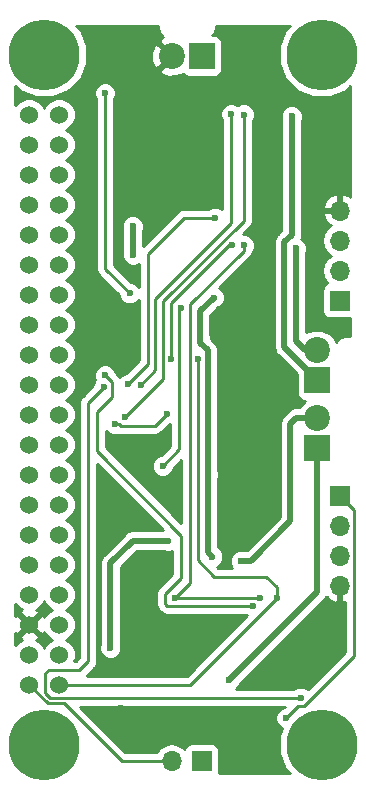
<source format=gbl>
G04 #@! TF.GenerationSoftware,KiCad,Pcbnew,(5.0.0)*
G04 #@! TF.CreationDate,2018-11-19T15:05:30+00:00*
G04 #@! TF.ProjectId,Motor Shield,4D6F746F7220536869656C642E6B6963,rev?*
G04 #@! TF.SameCoordinates,Original*
G04 #@! TF.FileFunction,Copper,L2,Bot,Signal*
G04 #@! TF.FilePolarity,Positive*
%FSLAX46Y46*%
G04 Gerber Fmt 4.6, Leading zero omitted, Abs format (unit mm)*
G04 Created by KiCad (PCBNEW (5.0.0)) date 11/19/18 15:05:30*
%MOMM*%
%LPD*%
G01*
G04 APERTURE LIST*
G04 #@! TA.AperFunction,ComponentPad*
%ADD10C,6.000000*%
G04 #@! TD*
G04 #@! TA.AperFunction,ComponentPad*
%ADD11C,1.524000*%
G04 #@! TD*
G04 #@! TA.AperFunction,ComponentPad*
%ADD12C,2.200000*%
G04 #@! TD*
G04 #@! TA.AperFunction,ComponentPad*
%ADD13R,2.200000X2.200000*%
G04 #@! TD*
G04 #@! TA.AperFunction,ComponentPad*
%ADD14R,1.700000X1.700000*%
G04 #@! TD*
G04 #@! TA.AperFunction,ComponentPad*
%ADD15O,1.700000X1.700000*%
G04 #@! TD*
G04 #@! TA.AperFunction,ViaPad*
%ADD16C,0.600000*%
G04 #@! TD*
G04 #@! TA.AperFunction,Conductor*
%ADD17C,0.250000*%
G04 #@! TD*
G04 #@! TA.AperFunction,Conductor*
%ADD18C,0.500000*%
G04 #@! TD*
G04 #@! TA.AperFunction,Conductor*
%ADD19C,0.254000*%
G04 #@! TD*
G04 APERTURE END LIST*
D10*
G04 #@! TO.P,U4,*
G04 #@! TO.N,*
X168910000Y-73152000D03*
X168910000Y-131572000D03*
X145415000Y-73152000D03*
X145415000Y-131572000D03*
D11*
G04 #@! TO.P,U4,40*
G04 #@! TO.N,ICSP_CLK*
X144145000Y-78232000D03*
G04 #@! TO.P,U4,39*
G04 #@! TO.N,Net-(U4-Pad39)*
X146685000Y-78232000D03*
G04 #@! TO.P,U4,38*
G04 #@! TO.N,ICSP_DAT*
X144145000Y-80772000D03*
G04 #@! TO.P,U4,37*
G04 #@! TO.N,Net-(U4-Pad37)*
X146685000Y-80772000D03*
G04 #@! TO.P,U4,36*
G04 #@! TO.N,Net-(U4-Pad36)*
X144145000Y-83312000D03*
G04 #@! TO.P,U4,35*
G04 #@! TO.N,MCLR*
X146685000Y-83312000D03*
G04 #@! TO.P,U4,34*
G04 #@! TO.N,Net-(U4-Pad34)*
X144145000Y-85852000D03*
G04 #@! TO.P,U4,33*
G04 #@! TO.N,Net-(U4-Pad33)*
X146685000Y-85852000D03*
G04 #@! TO.P,U4,32*
G04 #@! TO.N,Net-(U4-Pad32)*
X144145000Y-88392000D03*
G04 #@! TO.P,U4,31*
G04 #@! TO.N,Net-(U4-Pad31)*
X146685000Y-88392000D03*
G04 #@! TO.P,U4,30*
G04 #@! TO.N,Net-(U4-Pad30)*
X144145000Y-90932000D03*
G04 #@! TO.P,U4,29*
G04 #@! TO.N,Net-(U4-Pad29)*
X146685000Y-90932000D03*
G04 #@! TO.P,U4,28*
G04 #@! TO.N,Net-(U4-Pad28)*
X144145000Y-93472000D03*
G04 #@! TO.P,U4,27*
G04 #@! TO.N,Net-(U4-Pad27)*
X146685000Y-93472000D03*
G04 #@! TO.P,U4,26*
G04 #@! TO.N,Net-(U4-Pad26)*
X144145000Y-96012000D03*
G04 #@! TO.P,U4,25*
G04 #@! TO.N,Net-(U4-Pad25)*
X146685000Y-96012000D03*
G04 #@! TO.P,U4,24*
G04 #@! TO.N,Net-(U4-Pad24)*
X144145000Y-98552000D03*
G04 #@! TO.P,U4,23*
G04 #@! TO.N,Net-(U4-Pad23)*
X146685000Y-98552000D03*
G04 #@! TO.P,U4,22*
G04 #@! TO.N,Net-(U4-Pad22)*
X144145000Y-101092000D03*
G04 #@! TO.P,U4,21*
G04 #@! TO.N,Net-(U4-Pad21)*
X146685000Y-101092000D03*
G04 #@! TO.P,U4,20*
G04 #@! TO.N,Net-(U4-Pad20)*
X144145000Y-103632000D03*
G04 #@! TO.P,U4,19*
G04 #@! TO.N,Net-(U4-Pad19)*
X146685000Y-103632000D03*
G04 #@! TO.P,U4,18*
G04 #@! TO.N,Net-(U4-Pad18)*
X144145000Y-106172000D03*
G04 #@! TO.P,U4,17*
G04 #@! TO.N,Net-(U4-Pad17)*
X146685000Y-106172000D03*
G04 #@! TO.P,U4,16*
G04 #@! TO.N,Net-(U4-Pad16)*
X144145000Y-108712000D03*
G04 #@! TO.P,U4,15*
G04 #@! TO.N,Net-(U4-Pad15)*
X146685000Y-108712000D03*
G04 #@! TO.P,U4,14*
G04 #@! TO.N,Net-(U4-Pad14)*
X144145000Y-111252000D03*
G04 #@! TO.P,U4,13*
G04 #@! TO.N,Net-(U4-Pad13)*
X146685000Y-111252000D03*
G04 #@! TO.P,U4,12*
G04 #@! TO.N,Net-(U4-Pad12)*
X144145000Y-113792000D03*
G04 #@! TO.P,U4,11*
G04 #@! TO.N,Net-(U4-Pad11)*
X146685000Y-113792000D03*
G04 #@! TO.P,U4,10*
G04 #@! TO.N,Net-(U4-Pad10)*
X144145000Y-116332000D03*
G04 #@! TO.P,U4,9*
G04 #@! TO.N,Net-(U4-Pad9)*
X146685000Y-116332000D03*
G04 #@! TO.P,U4,8*
G04 #@! TO.N,Net-(U4-Pad8)*
X144145000Y-118872000D03*
G04 #@! TO.P,U4,7*
G04 #@! TO.N,Net-(U4-Pad7)*
X146685000Y-118872000D03*
G04 #@! TO.P,U4,6*
G04 #@! TO.N,BAT-*
X144145000Y-121412000D03*
G04 #@! TO.P,U4,5*
G04 #@! TO.N,SCL*
X146685000Y-121412000D03*
G04 #@! TO.P,U4,4*
G04 #@! TO.N,Net-(U4-Pad4)*
X144145000Y-123952000D03*
G04 #@! TO.P,U4,3*
G04 #@! TO.N,SDA*
X146685000Y-123952000D03*
G04 #@! TO.P,U4,2*
G04 #@! TO.N,Net-(J3-Pad2)*
X144145000Y-126492000D03*
G04 #@! TO.P,U4,1*
G04 #@! TO.N,+3V3*
X146685000Y-126492000D03*
G04 #@! TD*
D12*
G04 #@! TO.P,J4,2*
G04 #@! TO.N,OUT3*
X168529000Y-103886000D03*
D13*
G04 #@! TO.P,J4,1*
G04 #@! TO.N,OUT4*
X168529000Y-106426000D03*
G04 #@! TD*
G04 #@! TO.P,J5,1*
G04 #@! TO.N,OUT2*
X168529000Y-100711000D03*
D12*
G04 #@! TO.P,J5,2*
G04 #@! TO.N,OUT1*
X168529000Y-98171000D03*
G04 #@! TD*
D14*
G04 #@! TO.P,J3,1*
G04 #@! TO.N,+5V*
X158750000Y-132969000D03*
D15*
G04 #@! TO.P,J3,2*
G04 #@! TO.N,Net-(J3-Pad2)*
X156210000Y-132969000D03*
G04 #@! TD*
D14*
G04 #@! TO.P,J6,1*
G04 #@! TO.N,+5V*
X170434000Y-93980000D03*
D15*
G04 #@! TO.P,J6,2*
G04 #@! TO.N,A1*
X170434000Y-91440000D03*
G04 #@! TO.P,J6,3*
G04 #@! TO.N,B1*
X170434000Y-88900000D03*
G04 #@! TO.P,J6,4*
G04 #@! TO.N,BAT-*
X170434000Y-86360000D03*
G04 #@! TD*
G04 #@! TO.P,J7,4*
G04 #@! TO.N,BAT-*
X170434000Y-118110000D03*
G04 #@! TO.P,J7,3*
G04 #@! TO.N,B2*
X170434000Y-115570000D03*
G04 #@! TO.P,J7,2*
G04 #@! TO.N,A2*
X170434000Y-113030000D03*
D14*
G04 #@! TO.P,J7,1*
G04 #@! TO.N,+5V*
X170434000Y-110490000D03*
G04 #@! TD*
D13*
G04 #@! TO.P,J1,1*
G04 #@! TO.N,BAT+*
X158750000Y-73279000D03*
D12*
G04 #@! TO.P,J1,2*
G04 #@! TO.N,BAT-*
X156210000Y-73279000D03*
G04 #@! TD*
D16*
G04 #@! TO.N,BAT-*
X162153600Y-94640400D03*
X162102800Y-91643200D03*
X161290000Y-99314000D03*
X152400000Y-95199200D03*
X155549600Y-106070400D03*
X154279600Y-109321600D03*
X153517600Y-123494800D03*
X154635200Y-118973600D03*
X157988000Y-122682000D03*
X154076400Y-128524000D03*
X151942800Y-128473200D03*
X154736800Y-113131600D03*
X161290000Y-112725200D03*
X161442400Y-109982000D03*
X151638000Y-85394800D03*
X157886400Y-84937600D03*
G04 #@! TO.N,OUT2*
X166370000Y-78384400D03*
G04 #@! TO.N,OUT4*
X161036000Y-126136400D03*
G04 #@! TO.N,OUT1*
X166725600Y-89560400D03*
G04 #@! TO.N,OUT3*
X162052000Y-116027200D03*
G04 #@! TO.N,DIR1*
X152501600Y-101041200D03*
X159867600Y-86969600D03*
G04 #@! TO.N,+3V3*
X161340800Y-89255600D03*
X156159200Y-98907600D03*
X158445200Y-98907600D03*
X165150800Y-119126000D03*
G04 #@! TO.N,EN1*
X152247600Y-103835200D03*
X162306000Y-78232000D03*
G04 #@! TO.N,PWM1*
X153619200Y-101092000D03*
X161239200Y-78181200D03*
G04 #@! TO.N,DIR2*
X150571200Y-100279200D03*
X163118800Y-119837200D03*
G04 #@! TO.N,PWM2*
X167132000Y-127609600D03*
X150469600Y-101295200D03*
G04 #@! TO.N,BAT-PROT+*
X152908000Y-87706200D03*
X152958800Y-90093800D03*
X155905200Y-114300000D03*
X151028400Y-123393200D03*
X159766000Y-93726000D03*
X158597600Y-97180400D03*
X159258000Y-108712000D03*
X159664400Y-115671600D03*
G04 #@! TO.N,+5V*
X165912800Y-129336800D03*
G04 #@! TO.N,A2*
X151384000Y-104444800D03*
X155803600Y-103581200D03*
G04 #@! TO.N,Net-(JP1-Pad2)*
X155448000Y-108000800D03*
X156972000Y-94640400D03*
X152654000Y-93370400D03*
X150571200Y-76403200D03*
G04 #@! TO.N,ERROR*
X163728400Y-119126000D03*
X156464000Y-119176800D03*
X162306000Y-89306400D03*
G04 #@! TD*
D17*
G04 #@! TO.N,BAT-*
X162153600Y-94640400D02*
X162102800Y-94589600D01*
X162102800Y-94589600D02*
X162102800Y-91643200D01*
X162153600Y-94640400D02*
X162153600Y-98450400D01*
X162153600Y-98450400D02*
X161290000Y-99314000D01*
X155549600Y-106070400D02*
X154279600Y-107340400D01*
X154279600Y-107340400D02*
X154279600Y-109321600D01*
X153517600Y-123494800D02*
X154635200Y-122377200D01*
X154635200Y-122377200D02*
X154635200Y-118973600D01*
X153517600Y-123494800D02*
X157175200Y-123494800D01*
X157175200Y-123494800D02*
X157988000Y-122682000D01*
X154076400Y-128524000D02*
X151993600Y-128524000D01*
X151993600Y-128524000D02*
X151942800Y-128473200D01*
X144145000Y-121412000D02*
X144145000Y-121437400D01*
X161290000Y-112725200D02*
X161442400Y-112572800D01*
X161442400Y-112572800D02*
X161442400Y-109982000D01*
X151638000Y-85394800D02*
X151688800Y-85445600D01*
X151688800Y-85445600D02*
X157378400Y-85445600D01*
X157378400Y-85445600D02*
X157886400Y-84937600D01*
D18*
G04 #@! TO.N,OUT2*
X166370000Y-78384400D02*
X166370000Y-88392000D01*
X166370000Y-88392000D02*
X165760400Y-89001600D01*
X165760400Y-97942400D02*
X168529000Y-100711000D01*
X165760400Y-89001600D02*
X165760400Y-97942400D01*
G04 #@! TO.N,OUT4*
X168529000Y-106426000D02*
X168529000Y-118643400D01*
X168529000Y-118643400D02*
X161036000Y-126136400D01*
G04 #@! TO.N,OUT1*
X168529000Y-98171000D02*
X167462200Y-98171000D01*
X167462200Y-98171000D02*
X166725600Y-97434400D01*
X166725600Y-97434400D02*
X166725600Y-89560400D01*
G04 #@! TO.N,OUT3*
X162052000Y-116027200D02*
X162915600Y-116027200D01*
X162915600Y-116027200D02*
X166268400Y-112674400D01*
X166268400Y-112674400D02*
X166268400Y-104394000D01*
X166776400Y-103886000D02*
X168529000Y-103886000D01*
X166268400Y-104394000D02*
X166776400Y-103886000D01*
D17*
G04 #@! TO.N,DIR1*
X152501600Y-101041200D02*
X154178000Y-99364800D01*
X154178000Y-99364800D02*
X154178000Y-90068400D01*
X154178000Y-90068400D02*
X157276800Y-86969600D01*
X157276800Y-86969600D02*
X159867600Y-86969600D01*
G04 #@! TO.N,+3V3*
X161340800Y-89255600D02*
X161086800Y-89255600D01*
X161086800Y-89255600D02*
X156159200Y-94183200D01*
X156159200Y-94183200D02*
X156159200Y-98907600D01*
X157784800Y-126492000D02*
X165150800Y-119126000D01*
X146685000Y-126492000D02*
X157784800Y-126492000D01*
X158445200Y-115976400D02*
X158445200Y-98907600D01*
X165150800Y-119126000D02*
X165150800Y-118262400D01*
X165150800Y-118262400D02*
X164236400Y-117348000D01*
X164236400Y-117348000D02*
X159816800Y-117348000D01*
X159816800Y-117348000D02*
X158445200Y-115976400D01*
G04 #@! TO.N,EN1*
X152247600Y-103835200D02*
X155498800Y-100584000D01*
X155498800Y-100584000D02*
X155498800Y-94030800D01*
X155498800Y-94030800D02*
X162306000Y-87223600D01*
X162306000Y-87223600D02*
X162306000Y-78232000D01*
G04 #@! TO.N,PWM1*
X153619200Y-101092000D02*
X154838400Y-99872800D01*
X154838400Y-99872800D02*
X154838400Y-93827600D01*
X154838400Y-93827600D02*
X161239200Y-87426800D01*
X161239200Y-87426800D02*
X161239200Y-78181200D01*
G04 #@! TO.N,DIR2*
X150571200Y-100279200D02*
X151180800Y-100888800D01*
X151180800Y-100888800D02*
X151180800Y-102108000D01*
X151180800Y-102108000D02*
X149860000Y-103428800D01*
X149860000Y-103428800D02*
X149860000Y-106730800D01*
X149860000Y-106730800D02*
X157022800Y-113893600D01*
X157022800Y-113893600D02*
X157022800Y-117449600D01*
X157022800Y-117449600D02*
X155651200Y-118821200D01*
X155651200Y-118821200D02*
X155651200Y-119634000D01*
X155651200Y-119634000D02*
X155854400Y-119837200D01*
X155854400Y-119837200D02*
X163118800Y-119837200D01*
G04 #@! TO.N,PWM2*
X145899010Y-127609600D02*
X167132000Y-127609600D01*
X149148800Y-102616000D02*
X149148800Y-124510800D01*
X150469600Y-101295200D02*
X149148800Y-102616000D01*
X149148800Y-124510800D02*
X148386800Y-125272800D01*
X148386800Y-125272800D02*
X145796000Y-125272800D01*
X145796000Y-125272800D02*
X145517305Y-125551495D01*
X145517305Y-127227895D02*
X145899010Y-127609600D01*
X145517305Y-125551495D02*
X145517305Y-127227895D01*
D18*
G04 #@! TO.N,BAT-PROT+*
X152908000Y-87706200D02*
X152908000Y-90043000D01*
X152908000Y-90043000D02*
X152958800Y-90093800D01*
X155905200Y-114300000D02*
X152908000Y-114300000D01*
X152908000Y-114300000D02*
X151028400Y-116179600D01*
X151028400Y-116179600D02*
X151028400Y-123393200D01*
X159766000Y-93726000D02*
X158597600Y-94894400D01*
X158597600Y-94894400D02*
X158597600Y-97180400D01*
X158597600Y-97180400D02*
X158597600Y-97536000D01*
X158597600Y-97536000D02*
X159258000Y-98196400D01*
X159258000Y-98196400D02*
X159258000Y-108712000D01*
X159258000Y-108712000D02*
X159258000Y-115265200D01*
X159258000Y-115265200D02*
X159664400Y-115671600D01*
D17*
G04 #@! TO.N,+5V*
X165912800Y-129336800D02*
X166928800Y-128320800D01*
X166928800Y-128320800D02*
X167386000Y-128320800D01*
X167386000Y-128320800D02*
X171653200Y-124053600D01*
X171653200Y-111709200D02*
X170434000Y-110490000D01*
X171653200Y-124053600D02*
X171653200Y-111709200D01*
G04 #@! TO.N,A2*
X151384000Y-104444800D02*
X151739600Y-104444800D01*
X151739600Y-104444800D02*
X151892000Y-104597200D01*
X154787600Y-104597200D02*
X151892000Y-104597200D01*
X155803600Y-103581200D02*
X154787600Y-104597200D01*
G04 #@! TO.N,Net-(J3-Pad2)*
X156210000Y-132969000D02*
X151968200Y-132969000D01*
X151968200Y-132969000D02*
X147066000Y-128066800D01*
X145719800Y-128066800D02*
X144145000Y-126492000D01*
X147066000Y-128066800D02*
X145719800Y-128066800D01*
G04 #@! TO.N,Net-(JP1-Pad2)*
X152654000Y-93370400D02*
X150571200Y-91287600D01*
X150571200Y-91287600D02*
X150571200Y-76403200D01*
X156870400Y-94742000D02*
X156972000Y-94640400D01*
X155448000Y-108000800D02*
X156870400Y-106578400D01*
X156870400Y-106578400D02*
X156870400Y-94742000D01*
G04 #@! TO.N,ERROR*
X163728400Y-119126000D02*
X163677600Y-119176800D01*
X163677600Y-119176800D02*
X156464000Y-119176800D01*
X157784800Y-117856000D02*
X156464000Y-119176800D01*
X157784800Y-94284800D02*
X157784800Y-117856000D01*
X162306000Y-89306400D02*
X162306000Y-89763600D01*
X162306000Y-89763600D02*
X157784800Y-94284800D01*
G04 #@! TD*
D19*
G04 #@! TO.N,BAT-*
G36*
X165772999Y-128401800D02*
X165726817Y-128401800D01*
X165383165Y-128544145D01*
X165120145Y-128807165D01*
X164977800Y-129150817D01*
X164977800Y-129522783D01*
X165120145Y-129866435D01*
X165383165Y-130129455D01*
X165545222Y-130196581D01*
X165275000Y-130848954D01*
X165275000Y-132295046D01*
X165828396Y-133631062D01*
X166209334Y-134012000D01*
X160209050Y-134012000D01*
X160247440Y-133819000D01*
X160247440Y-132119000D01*
X160198157Y-131871235D01*
X160057809Y-131661191D01*
X159847765Y-131520843D01*
X159600000Y-131471560D01*
X157900000Y-131471560D01*
X157652235Y-131520843D01*
X157442191Y-131661191D01*
X157301843Y-131871235D01*
X157292816Y-131916619D01*
X157280625Y-131898375D01*
X156789418Y-131570161D01*
X156356256Y-131484000D01*
X156063744Y-131484000D01*
X155630582Y-131570161D01*
X155139375Y-131898375D01*
X154931822Y-132209000D01*
X152283002Y-132209000D01*
X148443601Y-128369600D01*
X165805199Y-128369600D01*
X165772999Y-128401800D01*
X165772999Y-128401800D01*
G37*
X165772999Y-128401800D02*
X165726817Y-128401800D01*
X165383165Y-128544145D01*
X165120145Y-128807165D01*
X164977800Y-129150817D01*
X164977800Y-129522783D01*
X165120145Y-129866435D01*
X165383165Y-130129455D01*
X165545222Y-130196581D01*
X165275000Y-130848954D01*
X165275000Y-132295046D01*
X165828396Y-133631062D01*
X166209334Y-134012000D01*
X160209050Y-134012000D01*
X160247440Y-133819000D01*
X160247440Y-132119000D01*
X160198157Y-131871235D01*
X160057809Y-131661191D01*
X159847765Y-131520843D01*
X159600000Y-131471560D01*
X157900000Y-131471560D01*
X157652235Y-131520843D01*
X157442191Y-131661191D01*
X157301843Y-131871235D01*
X157292816Y-131916619D01*
X157280625Y-131898375D01*
X156789418Y-131570161D01*
X156356256Y-131484000D01*
X156063744Y-131484000D01*
X155630582Y-131570161D01*
X155139375Y-131898375D01*
X154931822Y-132209000D01*
X152283002Y-132209000D01*
X148443601Y-128369600D01*
X165805199Y-128369600D01*
X165772999Y-128401800D01*
G36*
X170561000Y-117983000D02*
X170581000Y-117983000D01*
X170581000Y-118237000D01*
X170561000Y-118237000D01*
X170561000Y-119430819D01*
X170790892Y-119551486D01*
X170893200Y-119503439D01*
X170893200Y-123738798D01*
X167738344Y-126893654D01*
X167661635Y-126816945D01*
X167317983Y-126674600D01*
X166946017Y-126674600D01*
X166602365Y-126816945D01*
X166569710Y-126849600D01*
X161645090Y-126849600D01*
X161828655Y-126666035D01*
X161878656Y-126545322D01*
X169093156Y-119330823D01*
X169167049Y-119281449D01*
X169220903Y-119200852D01*
X169297597Y-119086071D01*
X169321016Y-119051022D01*
X169552642Y-119305183D01*
X170077108Y-119551486D01*
X170307000Y-119430819D01*
X170307000Y-118237000D01*
X170287000Y-118237000D01*
X170287000Y-117983000D01*
X170307000Y-117983000D01*
X170307000Y-117963000D01*
X170561000Y-117963000D01*
X170561000Y-117983000D01*
X170561000Y-117983000D01*
G37*
X170561000Y-117983000D02*
X170581000Y-117983000D01*
X170581000Y-118237000D01*
X170561000Y-118237000D01*
X170561000Y-119430819D01*
X170790892Y-119551486D01*
X170893200Y-119503439D01*
X170893200Y-123738798D01*
X167738344Y-126893654D01*
X167661635Y-126816945D01*
X167317983Y-126674600D01*
X166946017Y-126674600D01*
X166602365Y-126816945D01*
X166569710Y-126849600D01*
X161645090Y-126849600D01*
X161828655Y-126666035D01*
X161878656Y-126545322D01*
X169093156Y-119330823D01*
X169167049Y-119281449D01*
X169220903Y-119200852D01*
X169297597Y-119086071D01*
X169321016Y-119051022D01*
X169552642Y-119305183D01*
X170077108Y-119551486D01*
X170307000Y-119430819D01*
X170307000Y-118237000D01*
X170287000Y-118237000D01*
X170287000Y-117983000D01*
X170307000Y-117983000D01*
X170307000Y-117963000D01*
X170561000Y-117963000D01*
X170561000Y-117983000D01*
G36*
X155469398Y-113415000D02*
X152995161Y-113415000D01*
X152908000Y-113397663D01*
X152820839Y-113415000D01*
X152820835Y-113415000D01*
X152562690Y-113466348D01*
X152343845Y-113612576D01*
X152343844Y-113612577D01*
X152269951Y-113661951D01*
X152220577Y-113735844D01*
X150464247Y-115492175D01*
X150390351Y-115541551D01*
X150194748Y-115834291D01*
X150143400Y-116092436D01*
X150143400Y-116092439D01*
X150126063Y-116179600D01*
X150143400Y-116266761D01*
X150143401Y-123086504D01*
X150093400Y-123207217D01*
X150093400Y-123579183D01*
X150235745Y-123922835D01*
X150498765Y-124185855D01*
X150842417Y-124328200D01*
X151214383Y-124328200D01*
X151558035Y-124185855D01*
X151821055Y-123922835D01*
X151963400Y-123579183D01*
X151963400Y-123207217D01*
X151913400Y-123086506D01*
X151913400Y-116546178D01*
X153274579Y-115185000D01*
X155598506Y-115185000D01*
X155719217Y-115235000D01*
X156091183Y-115235000D01*
X156262800Y-115163914D01*
X156262801Y-117134796D01*
X155166730Y-118230869D01*
X155103271Y-118273271D01*
X154935296Y-118524664D01*
X154891200Y-118746349D01*
X154891200Y-118746353D01*
X154876312Y-118821200D01*
X154891200Y-118896047D01*
X154891200Y-119559153D01*
X154876312Y-119634000D01*
X154891200Y-119708847D01*
X154891200Y-119708852D01*
X154935297Y-119930537D01*
X155022470Y-120061000D01*
X155103272Y-120181929D01*
X155166728Y-120224329D01*
X155264069Y-120321670D01*
X155306471Y-120385129D01*
X155557863Y-120553104D01*
X155779548Y-120597200D01*
X155779552Y-120597200D01*
X155854399Y-120612088D01*
X155929246Y-120597200D01*
X162556510Y-120597200D01*
X162580654Y-120621344D01*
X157469999Y-125732000D01*
X149002401Y-125732000D01*
X149633273Y-125101129D01*
X149696729Y-125058729D01*
X149751831Y-124976263D01*
X149864704Y-124807338D01*
X149877434Y-124743337D01*
X149908800Y-124585652D01*
X149908800Y-124585648D01*
X149923688Y-124510800D01*
X149908800Y-124435952D01*
X149908800Y-107854401D01*
X155469398Y-113415000D01*
X155469398Y-113415000D01*
G37*
X155469398Y-113415000D02*
X152995161Y-113415000D01*
X152908000Y-113397663D01*
X152820839Y-113415000D01*
X152820835Y-113415000D01*
X152562690Y-113466348D01*
X152343845Y-113612576D01*
X152343844Y-113612577D01*
X152269951Y-113661951D01*
X152220577Y-113735844D01*
X150464247Y-115492175D01*
X150390351Y-115541551D01*
X150194748Y-115834291D01*
X150143400Y-116092436D01*
X150143400Y-116092439D01*
X150126063Y-116179600D01*
X150143400Y-116266761D01*
X150143401Y-123086504D01*
X150093400Y-123207217D01*
X150093400Y-123579183D01*
X150235745Y-123922835D01*
X150498765Y-124185855D01*
X150842417Y-124328200D01*
X151214383Y-124328200D01*
X151558035Y-124185855D01*
X151821055Y-123922835D01*
X151963400Y-123579183D01*
X151963400Y-123207217D01*
X151913400Y-123086506D01*
X151913400Y-116546178D01*
X153274579Y-115185000D01*
X155598506Y-115185000D01*
X155719217Y-115235000D01*
X156091183Y-115235000D01*
X156262800Y-115163914D01*
X156262801Y-117134796D01*
X155166730Y-118230869D01*
X155103271Y-118273271D01*
X154935296Y-118524664D01*
X154891200Y-118746349D01*
X154891200Y-118746353D01*
X154876312Y-118821200D01*
X154891200Y-118896047D01*
X154891200Y-119559153D01*
X154876312Y-119634000D01*
X154891200Y-119708847D01*
X154891200Y-119708852D01*
X154935297Y-119930537D01*
X155022470Y-120061000D01*
X155103272Y-120181929D01*
X155166728Y-120224329D01*
X155264069Y-120321670D01*
X155306471Y-120385129D01*
X155557863Y-120553104D01*
X155779548Y-120597200D01*
X155779552Y-120597200D01*
X155854399Y-120612088D01*
X155929246Y-120597200D01*
X162556510Y-120597200D01*
X162580654Y-120621344D01*
X157469999Y-125732000D01*
X149002401Y-125732000D01*
X149633273Y-125101129D01*
X149696729Y-125058729D01*
X149751831Y-124976263D01*
X149864704Y-124807338D01*
X149877434Y-124743337D01*
X149908800Y-124585652D01*
X149908800Y-124585648D01*
X149923688Y-124510800D01*
X149908800Y-124435952D01*
X149908800Y-107854401D01*
X155469398Y-113415000D01*
G36*
X165828396Y-71092938D02*
X165275000Y-72428954D01*
X165275000Y-73875046D01*
X165828396Y-75211062D01*
X166850938Y-76233604D01*
X168186954Y-76787000D01*
X169633046Y-76787000D01*
X170969062Y-76233604D01*
X171350001Y-75852665D01*
X171350001Y-85202830D01*
X171315358Y-85164817D01*
X170790892Y-84918514D01*
X170561000Y-85039181D01*
X170561000Y-86233000D01*
X170581000Y-86233000D01*
X170581000Y-86487000D01*
X170561000Y-86487000D01*
X170561000Y-86507000D01*
X170307000Y-86507000D01*
X170307000Y-86487000D01*
X169113845Y-86487000D01*
X168992524Y-86716890D01*
X169162355Y-87126924D01*
X169552642Y-87555183D01*
X169682478Y-87616157D01*
X169363375Y-87829375D01*
X169035161Y-88320582D01*
X168919908Y-88900000D01*
X169035161Y-89479418D01*
X169363375Y-89970625D01*
X169661761Y-90170000D01*
X169363375Y-90369375D01*
X169035161Y-90860582D01*
X168919908Y-91440000D01*
X169035161Y-92019418D01*
X169363375Y-92510625D01*
X169381619Y-92522816D01*
X169336235Y-92531843D01*
X169126191Y-92672191D01*
X168985843Y-92882235D01*
X168936560Y-93130000D01*
X168936560Y-94830000D01*
X168985843Y-95077765D01*
X169126191Y-95287809D01*
X169336235Y-95428157D01*
X169584000Y-95477440D01*
X171284000Y-95477440D01*
X171350001Y-95464312D01*
X171350001Y-97004759D01*
X171304711Y-96986000D01*
X170833289Y-96986000D01*
X170397751Y-97166405D01*
X170110017Y-97454139D01*
X169999862Y-97188201D01*
X169511799Y-96700138D01*
X168874113Y-96436000D01*
X168183887Y-96436000D01*
X167610600Y-96673463D01*
X167610600Y-89867094D01*
X167660600Y-89746383D01*
X167660600Y-89374417D01*
X167518255Y-89030765D01*
X167255235Y-88767745D01*
X167198906Y-88744413D01*
X167203652Y-88737310D01*
X167205909Y-88725965D01*
X167255000Y-88479165D01*
X167255000Y-88479161D01*
X167272337Y-88392000D01*
X167255000Y-88304839D01*
X167255000Y-86003110D01*
X168992524Y-86003110D01*
X169113845Y-86233000D01*
X170307000Y-86233000D01*
X170307000Y-85039181D01*
X170077108Y-84918514D01*
X169552642Y-85164817D01*
X169162355Y-85593076D01*
X168992524Y-86003110D01*
X167255000Y-86003110D01*
X167255000Y-78691094D01*
X167305000Y-78570383D01*
X167305000Y-78198417D01*
X167162655Y-77854765D01*
X166899635Y-77591745D01*
X166555983Y-77449400D01*
X166184017Y-77449400D01*
X165840365Y-77591745D01*
X165577345Y-77854765D01*
X165435000Y-78198417D01*
X165435000Y-78570383D01*
X165485000Y-78691094D01*
X165485001Y-88025420D01*
X165196246Y-88314175D01*
X165122351Y-88363551D01*
X164926748Y-88656291D01*
X164875400Y-88914436D01*
X164875400Y-88914439D01*
X164858063Y-89001600D01*
X164875400Y-89088761D01*
X164875401Y-97855235D01*
X164858063Y-97942400D01*
X164926748Y-98287709D01*
X165072976Y-98506554D01*
X165072978Y-98506556D01*
X165122352Y-98580449D01*
X165196245Y-98629823D01*
X166781560Y-100215139D01*
X166781560Y-101811000D01*
X166830843Y-102058765D01*
X166971191Y-102268809D01*
X167181235Y-102409157D01*
X167429000Y-102458440D01*
X167502899Y-102458440D01*
X167058138Y-102903201D01*
X167017628Y-103001000D01*
X166863559Y-103001000D01*
X166776399Y-102983663D01*
X166689239Y-103001000D01*
X166689235Y-103001000D01*
X166431090Y-103052348D01*
X166138351Y-103247951D01*
X166088975Y-103321847D01*
X165704245Y-103706577D01*
X165630352Y-103755951D01*
X165580978Y-103829844D01*
X165580976Y-103829846D01*
X165434748Y-104048691D01*
X165366063Y-104394000D01*
X165383401Y-104481165D01*
X165383400Y-112307821D01*
X162549022Y-115142200D01*
X162358694Y-115142200D01*
X162237983Y-115092200D01*
X161866017Y-115092200D01*
X161522365Y-115234545D01*
X161259345Y-115497565D01*
X161117000Y-115841217D01*
X161117000Y-116213183D01*
X161259345Y-116556835D01*
X161290510Y-116588000D01*
X160131603Y-116588000D01*
X160062388Y-116518785D01*
X160194035Y-116464255D01*
X160457055Y-116201235D01*
X160599400Y-115857583D01*
X160599400Y-115485617D01*
X160457055Y-115141965D01*
X160194035Y-114878945D01*
X160143000Y-114857806D01*
X160143000Y-109018694D01*
X160193000Y-108897983D01*
X160193000Y-108526017D01*
X160143000Y-108405306D01*
X160143000Y-98283561D01*
X160160337Y-98196400D01*
X160143000Y-98109239D01*
X160143000Y-98109235D01*
X160091652Y-97851090D01*
X160043957Y-97779710D01*
X159945424Y-97632245D01*
X159945423Y-97632244D01*
X159896049Y-97558351D01*
X159822156Y-97508977D01*
X159532600Y-97219422D01*
X159532600Y-96994417D01*
X159482600Y-96873706D01*
X159482600Y-95260978D01*
X160174924Y-94568655D01*
X160295635Y-94518655D01*
X160558655Y-94255635D01*
X160701000Y-93911983D01*
X160701000Y-93540017D01*
X160558655Y-93196365D01*
X160295635Y-92933345D01*
X160235829Y-92908573D01*
X162790476Y-90353927D01*
X162853929Y-90311529D01*
X162896327Y-90248076D01*
X162896329Y-90248074D01*
X163021903Y-90060138D01*
X163021904Y-90060137D01*
X163058492Y-89876198D01*
X163098655Y-89836035D01*
X163241000Y-89492383D01*
X163241000Y-89120417D01*
X163098655Y-88776765D01*
X162835635Y-88513745D01*
X162491983Y-88371400D01*
X162233002Y-88371400D01*
X162790473Y-87813929D01*
X162853929Y-87771529D01*
X163021904Y-87520137D01*
X163066000Y-87298452D01*
X163066000Y-87298448D01*
X163080888Y-87223600D01*
X163066000Y-87148752D01*
X163066000Y-78794290D01*
X163098655Y-78761635D01*
X163241000Y-78417983D01*
X163241000Y-78046017D01*
X163098655Y-77702365D01*
X162835635Y-77439345D01*
X162491983Y-77297000D01*
X162120017Y-77297000D01*
X161806962Y-77426672D01*
X161768835Y-77388545D01*
X161425183Y-77246200D01*
X161053217Y-77246200D01*
X160709565Y-77388545D01*
X160446545Y-77651565D01*
X160304200Y-77995217D01*
X160304200Y-78367183D01*
X160446545Y-78710835D01*
X160479201Y-78743491D01*
X160479200Y-86258910D01*
X160397235Y-86176945D01*
X160053583Y-86034600D01*
X159681617Y-86034600D01*
X159337965Y-86176945D01*
X159305310Y-86209600D01*
X157351647Y-86209600D01*
X157276800Y-86194712D01*
X157201953Y-86209600D01*
X157201948Y-86209600D01*
X156980263Y-86253696D01*
X156728871Y-86421671D01*
X156686471Y-86485127D01*
X153793000Y-89378599D01*
X153793000Y-88012894D01*
X153843000Y-87892183D01*
X153843000Y-87520217D01*
X153700655Y-87176565D01*
X153437635Y-86913545D01*
X153093983Y-86771200D01*
X152722017Y-86771200D01*
X152378365Y-86913545D01*
X152115345Y-87176565D01*
X151973000Y-87520217D01*
X151973000Y-87892183D01*
X152023000Y-88012894D01*
X152023001Y-89955835D01*
X152005663Y-90043000D01*
X152023800Y-90134182D01*
X152023800Y-90279783D01*
X152166145Y-90623435D01*
X152429165Y-90886455D01*
X152772817Y-91028800D01*
X153144783Y-91028800D01*
X153418001Y-90915630D01*
X153418001Y-92812111D01*
X153183635Y-92577745D01*
X152839983Y-92435400D01*
X152793802Y-92435400D01*
X151331200Y-90972799D01*
X151331200Y-76965490D01*
X151363855Y-76932835D01*
X151506200Y-76589183D01*
X151506200Y-76217217D01*
X151363855Y-75873565D01*
X151100835Y-75610545D01*
X150757183Y-75468200D01*
X150385217Y-75468200D01*
X150041565Y-75610545D01*
X149778545Y-75873565D01*
X149636200Y-76217217D01*
X149636200Y-76589183D01*
X149778545Y-76932835D01*
X149811201Y-76965491D01*
X149811200Y-91212753D01*
X149796312Y-91287600D01*
X149811200Y-91362447D01*
X149811200Y-91362451D01*
X149855296Y-91584136D01*
X150023271Y-91835529D01*
X150086730Y-91877931D01*
X151719000Y-93510202D01*
X151719000Y-93556383D01*
X151861345Y-93900035D01*
X152124365Y-94163055D01*
X152468017Y-94305400D01*
X152839983Y-94305400D01*
X153183635Y-94163055D01*
X153418001Y-93928689D01*
X153418000Y-99049998D01*
X152361799Y-100106200D01*
X152315617Y-100106200D01*
X151971965Y-100248545D01*
X151789175Y-100431335D01*
X151728729Y-100340871D01*
X151665273Y-100298471D01*
X151506200Y-100139398D01*
X151506200Y-100093217D01*
X151363855Y-99749565D01*
X151100835Y-99486545D01*
X150757183Y-99344200D01*
X150385217Y-99344200D01*
X150041565Y-99486545D01*
X149778545Y-99749565D01*
X149636200Y-100093217D01*
X149636200Y-100465183D01*
X149736114Y-100706396D01*
X149676945Y-100765565D01*
X149534600Y-101109217D01*
X149534600Y-101155398D01*
X148664330Y-102025669D01*
X148600871Y-102068071D01*
X148432896Y-102319464D01*
X148388800Y-102541149D01*
X148388800Y-102541153D01*
X148373912Y-102616000D01*
X148388800Y-102690847D01*
X148388801Y-124195997D01*
X148071999Y-124512800D01*
X147964811Y-124512800D01*
X148082000Y-124229881D01*
X148082000Y-123674119D01*
X147869320Y-123160663D01*
X147476337Y-122767680D01*
X147269487Y-122682000D01*
X147476337Y-122596320D01*
X147869320Y-122203337D01*
X148082000Y-121689881D01*
X148082000Y-121134119D01*
X147869320Y-120620663D01*
X147476337Y-120227680D01*
X147269487Y-120142000D01*
X147476337Y-120056320D01*
X147869320Y-119663337D01*
X148082000Y-119149881D01*
X148082000Y-118594119D01*
X147869320Y-118080663D01*
X147476337Y-117687680D01*
X147269487Y-117602000D01*
X147476337Y-117516320D01*
X147869320Y-117123337D01*
X148082000Y-116609881D01*
X148082000Y-116054119D01*
X147869320Y-115540663D01*
X147476337Y-115147680D01*
X147269487Y-115062000D01*
X147476337Y-114976320D01*
X147869320Y-114583337D01*
X148082000Y-114069881D01*
X148082000Y-113514119D01*
X147869320Y-113000663D01*
X147476337Y-112607680D01*
X147269487Y-112522000D01*
X147476337Y-112436320D01*
X147869320Y-112043337D01*
X148082000Y-111529881D01*
X148082000Y-110974119D01*
X147869320Y-110460663D01*
X147476337Y-110067680D01*
X147269487Y-109982000D01*
X147476337Y-109896320D01*
X147869320Y-109503337D01*
X148082000Y-108989881D01*
X148082000Y-108434119D01*
X147869320Y-107920663D01*
X147476337Y-107527680D01*
X147269487Y-107442000D01*
X147476337Y-107356320D01*
X147869320Y-106963337D01*
X148082000Y-106449881D01*
X148082000Y-105894119D01*
X147869320Y-105380663D01*
X147476337Y-104987680D01*
X147269487Y-104902000D01*
X147476337Y-104816320D01*
X147869320Y-104423337D01*
X148082000Y-103909881D01*
X148082000Y-103354119D01*
X147869320Y-102840663D01*
X147476337Y-102447680D01*
X147269487Y-102362000D01*
X147476337Y-102276320D01*
X147869320Y-101883337D01*
X148082000Y-101369881D01*
X148082000Y-100814119D01*
X147869320Y-100300663D01*
X147476337Y-99907680D01*
X147269487Y-99822000D01*
X147476337Y-99736320D01*
X147869320Y-99343337D01*
X148082000Y-98829881D01*
X148082000Y-98274119D01*
X147869320Y-97760663D01*
X147476337Y-97367680D01*
X147269487Y-97282000D01*
X147476337Y-97196320D01*
X147869320Y-96803337D01*
X148082000Y-96289881D01*
X148082000Y-95734119D01*
X147869320Y-95220663D01*
X147476337Y-94827680D01*
X147269487Y-94742000D01*
X147476337Y-94656320D01*
X147869320Y-94263337D01*
X148082000Y-93749881D01*
X148082000Y-93194119D01*
X147869320Y-92680663D01*
X147476337Y-92287680D01*
X147269487Y-92202000D01*
X147476337Y-92116320D01*
X147869320Y-91723337D01*
X148082000Y-91209881D01*
X148082000Y-90654119D01*
X147869320Y-90140663D01*
X147476337Y-89747680D01*
X147269487Y-89662000D01*
X147476337Y-89576320D01*
X147869320Y-89183337D01*
X148082000Y-88669881D01*
X148082000Y-88114119D01*
X147869320Y-87600663D01*
X147476337Y-87207680D01*
X147269487Y-87122000D01*
X147476337Y-87036320D01*
X147869320Y-86643337D01*
X148082000Y-86129881D01*
X148082000Y-85574119D01*
X147869320Y-85060663D01*
X147476337Y-84667680D01*
X147269487Y-84582000D01*
X147476337Y-84496320D01*
X147869320Y-84103337D01*
X148082000Y-83589881D01*
X148082000Y-83034119D01*
X147869320Y-82520663D01*
X147476337Y-82127680D01*
X147269487Y-82042000D01*
X147476337Y-81956320D01*
X147869320Y-81563337D01*
X148082000Y-81049881D01*
X148082000Y-80494119D01*
X147869320Y-79980663D01*
X147476337Y-79587680D01*
X147269487Y-79502000D01*
X147476337Y-79416320D01*
X147869320Y-79023337D01*
X148082000Y-78509881D01*
X148082000Y-77954119D01*
X147869320Y-77440663D01*
X147476337Y-77047680D01*
X146962881Y-76835000D01*
X146407119Y-76835000D01*
X145893663Y-77047680D01*
X145500680Y-77440663D01*
X145415000Y-77647513D01*
X145329320Y-77440663D01*
X144936337Y-77047680D01*
X144422881Y-76835000D01*
X143867119Y-76835000D01*
X143353663Y-77047680D01*
X142975000Y-77426343D01*
X142975000Y-75852666D01*
X143355938Y-76233604D01*
X144691954Y-76787000D01*
X146138046Y-76787000D01*
X147474062Y-76233604D01*
X148496604Y-75211062D01*
X149050000Y-73875046D01*
X149050000Y-72990593D01*
X154464677Y-72990593D01*
X154487164Y-73680453D01*
X154707901Y-74213359D01*
X154985132Y-74324263D01*
X156030395Y-73279000D01*
X154985132Y-72233737D01*
X154707901Y-72344641D01*
X154464677Y-72990593D01*
X149050000Y-72990593D01*
X149050000Y-72428954D01*
X148496604Y-71092938D01*
X148136048Y-70732382D01*
X155025000Y-70726519D01*
X155025000Y-70974711D01*
X155205405Y-71410249D01*
X155485239Y-71690083D01*
X155275641Y-71776901D01*
X155164737Y-72054132D01*
X156210000Y-73099395D01*
X156224143Y-73085253D01*
X156403748Y-73264858D01*
X156389605Y-73279000D01*
X156403748Y-73293143D01*
X156224143Y-73472748D01*
X156210000Y-73458605D01*
X155164737Y-74503868D01*
X155275641Y-74781099D01*
X155921593Y-75024323D01*
X156611453Y-75001836D01*
X157144359Y-74781099D01*
X157148331Y-74771169D01*
X157192191Y-74836809D01*
X157402235Y-74977157D01*
X157650000Y-75026440D01*
X159850000Y-75026440D01*
X160097765Y-74977157D01*
X160307809Y-74836809D01*
X160448157Y-74626765D01*
X160497440Y-74379000D01*
X160497440Y-72179000D01*
X160448157Y-71931235D01*
X160307809Y-71721191D01*
X160097765Y-71580843D01*
X159850000Y-71531560D01*
X159633284Y-71531560D01*
X159754595Y-71410249D01*
X159935000Y-70974711D01*
X159935000Y-70722340D01*
X166204329Y-70717005D01*
X165828396Y-71092938D01*
X165828396Y-71092938D01*
G37*
X165828396Y-71092938D02*
X165275000Y-72428954D01*
X165275000Y-73875046D01*
X165828396Y-75211062D01*
X166850938Y-76233604D01*
X168186954Y-76787000D01*
X169633046Y-76787000D01*
X170969062Y-76233604D01*
X171350001Y-75852665D01*
X171350001Y-85202830D01*
X171315358Y-85164817D01*
X170790892Y-84918514D01*
X170561000Y-85039181D01*
X170561000Y-86233000D01*
X170581000Y-86233000D01*
X170581000Y-86487000D01*
X170561000Y-86487000D01*
X170561000Y-86507000D01*
X170307000Y-86507000D01*
X170307000Y-86487000D01*
X169113845Y-86487000D01*
X168992524Y-86716890D01*
X169162355Y-87126924D01*
X169552642Y-87555183D01*
X169682478Y-87616157D01*
X169363375Y-87829375D01*
X169035161Y-88320582D01*
X168919908Y-88900000D01*
X169035161Y-89479418D01*
X169363375Y-89970625D01*
X169661761Y-90170000D01*
X169363375Y-90369375D01*
X169035161Y-90860582D01*
X168919908Y-91440000D01*
X169035161Y-92019418D01*
X169363375Y-92510625D01*
X169381619Y-92522816D01*
X169336235Y-92531843D01*
X169126191Y-92672191D01*
X168985843Y-92882235D01*
X168936560Y-93130000D01*
X168936560Y-94830000D01*
X168985843Y-95077765D01*
X169126191Y-95287809D01*
X169336235Y-95428157D01*
X169584000Y-95477440D01*
X171284000Y-95477440D01*
X171350001Y-95464312D01*
X171350001Y-97004759D01*
X171304711Y-96986000D01*
X170833289Y-96986000D01*
X170397751Y-97166405D01*
X170110017Y-97454139D01*
X169999862Y-97188201D01*
X169511799Y-96700138D01*
X168874113Y-96436000D01*
X168183887Y-96436000D01*
X167610600Y-96673463D01*
X167610600Y-89867094D01*
X167660600Y-89746383D01*
X167660600Y-89374417D01*
X167518255Y-89030765D01*
X167255235Y-88767745D01*
X167198906Y-88744413D01*
X167203652Y-88737310D01*
X167205909Y-88725965D01*
X167255000Y-88479165D01*
X167255000Y-88479161D01*
X167272337Y-88392000D01*
X167255000Y-88304839D01*
X167255000Y-86003110D01*
X168992524Y-86003110D01*
X169113845Y-86233000D01*
X170307000Y-86233000D01*
X170307000Y-85039181D01*
X170077108Y-84918514D01*
X169552642Y-85164817D01*
X169162355Y-85593076D01*
X168992524Y-86003110D01*
X167255000Y-86003110D01*
X167255000Y-78691094D01*
X167305000Y-78570383D01*
X167305000Y-78198417D01*
X167162655Y-77854765D01*
X166899635Y-77591745D01*
X166555983Y-77449400D01*
X166184017Y-77449400D01*
X165840365Y-77591745D01*
X165577345Y-77854765D01*
X165435000Y-78198417D01*
X165435000Y-78570383D01*
X165485000Y-78691094D01*
X165485001Y-88025420D01*
X165196246Y-88314175D01*
X165122351Y-88363551D01*
X164926748Y-88656291D01*
X164875400Y-88914436D01*
X164875400Y-88914439D01*
X164858063Y-89001600D01*
X164875400Y-89088761D01*
X164875401Y-97855235D01*
X164858063Y-97942400D01*
X164926748Y-98287709D01*
X165072976Y-98506554D01*
X165072978Y-98506556D01*
X165122352Y-98580449D01*
X165196245Y-98629823D01*
X166781560Y-100215139D01*
X166781560Y-101811000D01*
X166830843Y-102058765D01*
X166971191Y-102268809D01*
X167181235Y-102409157D01*
X167429000Y-102458440D01*
X167502899Y-102458440D01*
X167058138Y-102903201D01*
X167017628Y-103001000D01*
X166863559Y-103001000D01*
X166776399Y-102983663D01*
X166689239Y-103001000D01*
X166689235Y-103001000D01*
X166431090Y-103052348D01*
X166138351Y-103247951D01*
X166088975Y-103321847D01*
X165704245Y-103706577D01*
X165630352Y-103755951D01*
X165580978Y-103829844D01*
X165580976Y-103829846D01*
X165434748Y-104048691D01*
X165366063Y-104394000D01*
X165383401Y-104481165D01*
X165383400Y-112307821D01*
X162549022Y-115142200D01*
X162358694Y-115142200D01*
X162237983Y-115092200D01*
X161866017Y-115092200D01*
X161522365Y-115234545D01*
X161259345Y-115497565D01*
X161117000Y-115841217D01*
X161117000Y-116213183D01*
X161259345Y-116556835D01*
X161290510Y-116588000D01*
X160131603Y-116588000D01*
X160062388Y-116518785D01*
X160194035Y-116464255D01*
X160457055Y-116201235D01*
X160599400Y-115857583D01*
X160599400Y-115485617D01*
X160457055Y-115141965D01*
X160194035Y-114878945D01*
X160143000Y-114857806D01*
X160143000Y-109018694D01*
X160193000Y-108897983D01*
X160193000Y-108526017D01*
X160143000Y-108405306D01*
X160143000Y-98283561D01*
X160160337Y-98196400D01*
X160143000Y-98109239D01*
X160143000Y-98109235D01*
X160091652Y-97851090D01*
X160043957Y-97779710D01*
X159945424Y-97632245D01*
X159945423Y-97632244D01*
X159896049Y-97558351D01*
X159822156Y-97508977D01*
X159532600Y-97219422D01*
X159532600Y-96994417D01*
X159482600Y-96873706D01*
X159482600Y-95260978D01*
X160174924Y-94568655D01*
X160295635Y-94518655D01*
X160558655Y-94255635D01*
X160701000Y-93911983D01*
X160701000Y-93540017D01*
X160558655Y-93196365D01*
X160295635Y-92933345D01*
X160235829Y-92908573D01*
X162790476Y-90353927D01*
X162853929Y-90311529D01*
X162896327Y-90248076D01*
X162896329Y-90248074D01*
X163021903Y-90060138D01*
X163021904Y-90060137D01*
X163058492Y-89876198D01*
X163098655Y-89836035D01*
X163241000Y-89492383D01*
X163241000Y-89120417D01*
X163098655Y-88776765D01*
X162835635Y-88513745D01*
X162491983Y-88371400D01*
X162233002Y-88371400D01*
X162790473Y-87813929D01*
X162853929Y-87771529D01*
X163021904Y-87520137D01*
X163066000Y-87298452D01*
X163066000Y-87298448D01*
X163080888Y-87223600D01*
X163066000Y-87148752D01*
X163066000Y-78794290D01*
X163098655Y-78761635D01*
X163241000Y-78417983D01*
X163241000Y-78046017D01*
X163098655Y-77702365D01*
X162835635Y-77439345D01*
X162491983Y-77297000D01*
X162120017Y-77297000D01*
X161806962Y-77426672D01*
X161768835Y-77388545D01*
X161425183Y-77246200D01*
X161053217Y-77246200D01*
X160709565Y-77388545D01*
X160446545Y-77651565D01*
X160304200Y-77995217D01*
X160304200Y-78367183D01*
X160446545Y-78710835D01*
X160479201Y-78743491D01*
X160479200Y-86258910D01*
X160397235Y-86176945D01*
X160053583Y-86034600D01*
X159681617Y-86034600D01*
X159337965Y-86176945D01*
X159305310Y-86209600D01*
X157351647Y-86209600D01*
X157276800Y-86194712D01*
X157201953Y-86209600D01*
X157201948Y-86209600D01*
X156980263Y-86253696D01*
X156728871Y-86421671D01*
X156686471Y-86485127D01*
X153793000Y-89378599D01*
X153793000Y-88012894D01*
X153843000Y-87892183D01*
X153843000Y-87520217D01*
X153700655Y-87176565D01*
X153437635Y-86913545D01*
X153093983Y-86771200D01*
X152722017Y-86771200D01*
X152378365Y-86913545D01*
X152115345Y-87176565D01*
X151973000Y-87520217D01*
X151973000Y-87892183D01*
X152023000Y-88012894D01*
X152023001Y-89955835D01*
X152005663Y-90043000D01*
X152023800Y-90134182D01*
X152023800Y-90279783D01*
X152166145Y-90623435D01*
X152429165Y-90886455D01*
X152772817Y-91028800D01*
X153144783Y-91028800D01*
X153418001Y-90915630D01*
X153418001Y-92812111D01*
X153183635Y-92577745D01*
X152839983Y-92435400D01*
X152793802Y-92435400D01*
X151331200Y-90972799D01*
X151331200Y-76965490D01*
X151363855Y-76932835D01*
X151506200Y-76589183D01*
X151506200Y-76217217D01*
X151363855Y-75873565D01*
X151100835Y-75610545D01*
X150757183Y-75468200D01*
X150385217Y-75468200D01*
X150041565Y-75610545D01*
X149778545Y-75873565D01*
X149636200Y-76217217D01*
X149636200Y-76589183D01*
X149778545Y-76932835D01*
X149811201Y-76965491D01*
X149811200Y-91212753D01*
X149796312Y-91287600D01*
X149811200Y-91362447D01*
X149811200Y-91362451D01*
X149855296Y-91584136D01*
X150023271Y-91835529D01*
X150086730Y-91877931D01*
X151719000Y-93510202D01*
X151719000Y-93556383D01*
X151861345Y-93900035D01*
X152124365Y-94163055D01*
X152468017Y-94305400D01*
X152839983Y-94305400D01*
X153183635Y-94163055D01*
X153418001Y-93928689D01*
X153418000Y-99049998D01*
X152361799Y-100106200D01*
X152315617Y-100106200D01*
X151971965Y-100248545D01*
X151789175Y-100431335D01*
X151728729Y-100340871D01*
X151665273Y-100298471D01*
X151506200Y-100139398D01*
X151506200Y-100093217D01*
X151363855Y-99749565D01*
X151100835Y-99486545D01*
X150757183Y-99344200D01*
X150385217Y-99344200D01*
X150041565Y-99486545D01*
X149778545Y-99749565D01*
X149636200Y-100093217D01*
X149636200Y-100465183D01*
X149736114Y-100706396D01*
X149676945Y-100765565D01*
X149534600Y-101109217D01*
X149534600Y-101155398D01*
X148664330Y-102025669D01*
X148600871Y-102068071D01*
X148432896Y-102319464D01*
X148388800Y-102541149D01*
X148388800Y-102541153D01*
X148373912Y-102616000D01*
X148388800Y-102690847D01*
X148388801Y-124195997D01*
X148071999Y-124512800D01*
X147964811Y-124512800D01*
X148082000Y-124229881D01*
X148082000Y-123674119D01*
X147869320Y-123160663D01*
X147476337Y-122767680D01*
X147269487Y-122682000D01*
X147476337Y-122596320D01*
X147869320Y-122203337D01*
X148082000Y-121689881D01*
X148082000Y-121134119D01*
X147869320Y-120620663D01*
X147476337Y-120227680D01*
X147269487Y-120142000D01*
X147476337Y-120056320D01*
X147869320Y-119663337D01*
X148082000Y-119149881D01*
X148082000Y-118594119D01*
X147869320Y-118080663D01*
X147476337Y-117687680D01*
X147269487Y-117602000D01*
X147476337Y-117516320D01*
X147869320Y-117123337D01*
X148082000Y-116609881D01*
X148082000Y-116054119D01*
X147869320Y-115540663D01*
X147476337Y-115147680D01*
X147269487Y-115062000D01*
X147476337Y-114976320D01*
X147869320Y-114583337D01*
X148082000Y-114069881D01*
X148082000Y-113514119D01*
X147869320Y-113000663D01*
X147476337Y-112607680D01*
X147269487Y-112522000D01*
X147476337Y-112436320D01*
X147869320Y-112043337D01*
X148082000Y-111529881D01*
X148082000Y-110974119D01*
X147869320Y-110460663D01*
X147476337Y-110067680D01*
X147269487Y-109982000D01*
X147476337Y-109896320D01*
X147869320Y-109503337D01*
X148082000Y-108989881D01*
X148082000Y-108434119D01*
X147869320Y-107920663D01*
X147476337Y-107527680D01*
X147269487Y-107442000D01*
X147476337Y-107356320D01*
X147869320Y-106963337D01*
X148082000Y-106449881D01*
X148082000Y-105894119D01*
X147869320Y-105380663D01*
X147476337Y-104987680D01*
X147269487Y-104902000D01*
X147476337Y-104816320D01*
X147869320Y-104423337D01*
X148082000Y-103909881D01*
X148082000Y-103354119D01*
X147869320Y-102840663D01*
X147476337Y-102447680D01*
X147269487Y-102362000D01*
X147476337Y-102276320D01*
X147869320Y-101883337D01*
X148082000Y-101369881D01*
X148082000Y-100814119D01*
X147869320Y-100300663D01*
X147476337Y-99907680D01*
X147269487Y-99822000D01*
X147476337Y-99736320D01*
X147869320Y-99343337D01*
X148082000Y-98829881D01*
X148082000Y-98274119D01*
X147869320Y-97760663D01*
X147476337Y-97367680D01*
X147269487Y-97282000D01*
X147476337Y-97196320D01*
X147869320Y-96803337D01*
X148082000Y-96289881D01*
X148082000Y-95734119D01*
X147869320Y-95220663D01*
X147476337Y-94827680D01*
X147269487Y-94742000D01*
X147476337Y-94656320D01*
X147869320Y-94263337D01*
X148082000Y-93749881D01*
X148082000Y-93194119D01*
X147869320Y-92680663D01*
X147476337Y-92287680D01*
X147269487Y-92202000D01*
X147476337Y-92116320D01*
X147869320Y-91723337D01*
X148082000Y-91209881D01*
X148082000Y-90654119D01*
X147869320Y-90140663D01*
X147476337Y-89747680D01*
X147269487Y-89662000D01*
X147476337Y-89576320D01*
X147869320Y-89183337D01*
X148082000Y-88669881D01*
X148082000Y-88114119D01*
X147869320Y-87600663D01*
X147476337Y-87207680D01*
X147269487Y-87122000D01*
X147476337Y-87036320D01*
X147869320Y-86643337D01*
X148082000Y-86129881D01*
X148082000Y-85574119D01*
X147869320Y-85060663D01*
X147476337Y-84667680D01*
X147269487Y-84582000D01*
X147476337Y-84496320D01*
X147869320Y-84103337D01*
X148082000Y-83589881D01*
X148082000Y-83034119D01*
X147869320Y-82520663D01*
X147476337Y-82127680D01*
X147269487Y-82042000D01*
X147476337Y-81956320D01*
X147869320Y-81563337D01*
X148082000Y-81049881D01*
X148082000Y-80494119D01*
X147869320Y-79980663D01*
X147476337Y-79587680D01*
X147269487Y-79502000D01*
X147476337Y-79416320D01*
X147869320Y-79023337D01*
X148082000Y-78509881D01*
X148082000Y-77954119D01*
X147869320Y-77440663D01*
X147476337Y-77047680D01*
X146962881Y-76835000D01*
X146407119Y-76835000D01*
X145893663Y-77047680D01*
X145500680Y-77440663D01*
X145415000Y-77647513D01*
X145329320Y-77440663D01*
X144936337Y-77047680D01*
X144422881Y-76835000D01*
X143867119Y-76835000D01*
X143353663Y-77047680D01*
X142975000Y-77426343D01*
X142975000Y-75852666D01*
X143355938Y-76233604D01*
X144691954Y-76787000D01*
X146138046Y-76787000D01*
X147474062Y-76233604D01*
X148496604Y-75211062D01*
X149050000Y-73875046D01*
X149050000Y-72990593D01*
X154464677Y-72990593D01*
X154487164Y-73680453D01*
X154707901Y-74213359D01*
X154985132Y-74324263D01*
X156030395Y-73279000D01*
X154985132Y-72233737D01*
X154707901Y-72344641D01*
X154464677Y-72990593D01*
X149050000Y-72990593D01*
X149050000Y-72428954D01*
X148496604Y-71092938D01*
X148136048Y-70732382D01*
X155025000Y-70726519D01*
X155025000Y-70974711D01*
X155205405Y-71410249D01*
X155485239Y-71690083D01*
X155275641Y-71776901D01*
X155164737Y-72054132D01*
X156210000Y-73099395D01*
X156224143Y-73085253D01*
X156403748Y-73264858D01*
X156389605Y-73279000D01*
X156403748Y-73293143D01*
X156224143Y-73472748D01*
X156210000Y-73458605D01*
X155164737Y-74503868D01*
X155275641Y-74781099D01*
X155921593Y-75024323D01*
X156611453Y-75001836D01*
X157144359Y-74781099D01*
X157148331Y-74771169D01*
X157192191Y-74836809D01*
X157402235Y-74977157D01*
X157650000Y-75026440D01*
X159850000Y-75026440D01*
X160097765Y-74977157D01*
X160307809Y-74836809D01*
X160448157Y-74626765D01*
X160497440Y-74379000D01*
X160497440Y-72179000D01*
X160448157Y-71931235D01*
X160307809Y-71721191D01*
X160097765Y-71580843D01*
X159850000Y-71531560D01*
X159633284Y-71531560D01*
X159754595Y-71410249D01*
X159935000Y-70974711D01*
X159935000Y-70722340D01*
X166204329Y-70717005D01*
X165828396Y-71092938D01*
G36*
X145500680Y-119663337D02*
X145893663Y-120056320D01*
X146100513Y-120142000D01*
X145893663Y-120227680D01*
X145500680Y-120620663D01*
X145421572Y-120811647D01*
X145367397Y-120680857D01*
X145125213Y-120611392D01*
X144324605Y-121412000D01*
X145125213Y-122212608D01*
X145367397Y-122143143D01*
X145417535Y-122002607D01*
X145500680Y-122203337D01*
X145893663Y-122596320D01*
X146100513Y-122682000D01*
X145893663Y-122767680D01*
X145500680Y-123160663D01*
X145415000Y-123367513D01*
X145329320Y-123160663D01*
X144936337Y-122767680D01*
X144745353Y-122688572D01*
X144876143Y-122634397D01*
X144945608Y-122392213D01*
X144145000Y-121591605D01*
X143344392Y-122392213D01*
X143413857Y-122634397D01*
X143554393Y-122684535D01*
X143353663Y-122767680D01*
X142975000Y-123146343D01*
X142975000Y-122158172D01*
X143164787Y-122212608D01*
X143965395Y-121412000D01*
X143164787Y-120611392D01*
X142975000Y-120665828D01*
X142975000Y-119677657D01*
X143353663Y-120056320D01*
X143544647Y-120135428D01*
X143413857Y-120189603D01*
X143344392Y-120431787D01*
X144145000Y-121232395D01*
X144945608Y-120431787D01*
X144876143Y-120189603D01*
X144735607Y-120139465D01*
X144936337Y-120056320D01*
X145329320Y-119663337D01*
X145415000Y-119456487D01*
X145500680Y-119663337D01*
X145500680Y-119663337D01*
G37*
X145500680Y-119663337D02*
X145893663Y-120056320D01*
X146100513Y-120142000D01*
X145893663Y-120227680D01*
X145500680Y-120620663D01*
X145421572Y-120811647D01*
X145367397Y-120680857D01*
X145125213Y-120611392D01*
X144324605Y-121412000D01*
X145125213Y-122212608D01*
X145367397Y-122143143D01*
X145417535Y-122002607D01*
X145500680Y-122203337D01*
X145893663Y-122596320D01*
X146100513Y-122682000D01*
X145893663Y-122767680D01*
X145500680Y-123160663D01*
X145415000Y-123367513D01*
X145329320Y-123160663D01*
X144936337Y-122767680D01*
X144745353Y-122688572D01*
X144876143Y-122634397D01*
X144945608Y-122392213D01*
X144145000Y-121591605D01*
X143344392Y-122392213D01*
X143413857Y-122634397D01*
X143554393Y-122684535D01*
X143353663Y-122767680D01*
X142975000Y-123146343D01*
X142975000Y-122158172D01*
X143164787Y-122212608D01*
X143965395Y-121412000D01*
X143164787Y-120611392D01*
X142975000Y-120665828D01*
X142975000Y-119677657D01*
X143353663Y-120056320D01*
X143544647Y-120135428D01*
X143413857Y-120189603D01*
X143344392Y-120431787D01*
X144145000Y-121232395D01*
X144945608Y-120431787D01*
X144876143Y-120189603D01*
X144735607Y-120139465D01*
X144936337Y-120056320D01*
X145329320Y-119663337D01*
X145415000Y-119456487D01*
X145500680Y-119663337D01*
G36*
X156110400Y-106263597D02*
X155308198Y-107065800D01*
X155262017Y-107065800D01*
X154918365Y-107208145D01*
X154655345Y-107471165D01*
X154513000Y-107814817D01*
X154513000Y-108186783D01*
X154655345Y-108530435D01*
X154918365Y-108793455D01*
X155262017Y-108935800D01*
X155633983Y-108935800D01*
X155977635Y-108793455D01*
X156240655Y-108530435D01*
X156383000Y-108186783D01*
X156383000Y-108140602D01*
X157024801Y-107498802D01*
X157024801Y-112820799D01*
X150620000Y-106415999D01*
X150620000Y-105003090D01*
X150854365Y-105237455D01*
X151198017Y-105379800D01*
X151569983Y-105379800D01*
X151687030Y-105331318D01*
X151817148Y-105357200D01*
X151817152Y-105357200D01*
X151891999Y-105372088D01*
X151966846Y-105357200D01*
X154712753Y-105357200D01*
X154787600Y-105372088D01*
X154862447Y-105357200D01*
X154862452Y-105357200D01*
X155084137Y-105313104D01*
X155335529Y-105145129D01*
X155377931Y-105081670D01*
X155943402Y-104516200D01*
X155989583Y-104516200D01*
X156110400Y-104466156D01*
X156110400Y-106263597D01*
X156110400Y-106263597D01*
G37*
X156110400Y-106263597D02*
X155308198Y-107065800D01*
X155262017Y-107065800D01*
X154918365Y-107208145D01*
X154655345Y-107471165D01*
X154513000Y-107814817D01*
X154513000Y-108186783D01*
X154655345Y-108530435D01*
X154918365Y-108793455D01*
X155262017Y-108935800D01*
X155633983Y-108935800D01*
X155977635Y-108793455D01*
X156240655Y-108530435D01*
X156383000Y-108186783D01*
X156383000Y-108140602D01*
X157024801Y-107498802D01*
X157024801Y-112820799D01*
X150620000Y-106415999D01*
X150620000Y-105003090D01*
X150854365Y-105237455D01*
X151198017Y-105379800D01*
X151569983Y-105379800D01*
X151687030Y-105331318D01*
X151817148Y-105357200D01*
X151817152Y-105357200D01*
X151891999Y-105372088D01*
X151966846Y-105357200D01*
X154712753Y-105357200D01*
X154787600Y-105372088D01*
X154862447Y-105357200D01*
X154862452Y-105357200D01*
X155084137Y-105313104D01*
X155335529Y-105145129D01*
X155377931Y-105081670D01*
X155943402Y-104516200D01*
X155989583Y-104516200D01*
X156110400Y-104466156D01*
X156110400Y-106263597D01*
G04 #@! TD*
M02*

</source>
